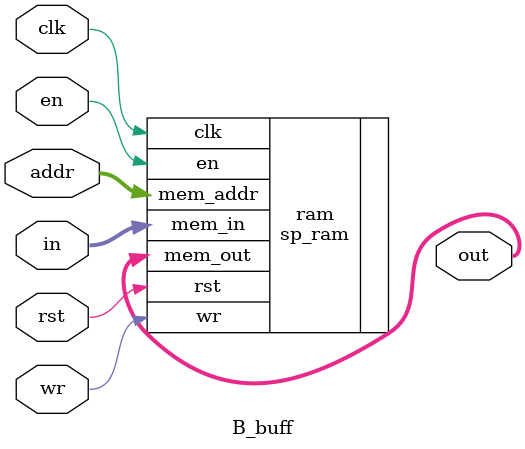
<source format=v>
`timescale 1ns / 1ps
`include "parameters.vh"

module B_buff #(
    parameter DATA_WIDTH = 8,
    parameter MEM_DEPTH = 8,
    parameter ADDR_WIDTH = width(MEM_DEPTH),
    parameter NUM_MACS = 4,
    parameter NUM_PEs_PER_ROW = 4,
    parameter NUM_ROWS = 4
)(
    input clk,
    input rst,
    input [NUM_MACS*DATA_WIDTH-1:0] in,
    input [ADDR_WIDTH-1:0] addr,
    input en,
    input wr,
    output [NUM_MACS*DATA_WIDTH-1:0] out
    );
    
    sp_ram   #(
        .DATA_WIDTH (DATA_WIDTH*NUM_MACS),
        .MEM_DEPTH (NUM_ROWS),
        .ADDR_WIDTH (ADDR_WIDTH),
        .INIT_FILE ("")
    )ram(
        .clk (clk),
        .rst (rst),
        .mem_in (in),
        .mem_addr (addr),
        .en (en),
        .wr (wr),
        .mem_out (out)
    );

    function integer width;
        input integer n;
        for (width=0; n>0; width=width+1) begin
            n = n >> 1;
        end
    endfunction
    
endmodule

</source>
